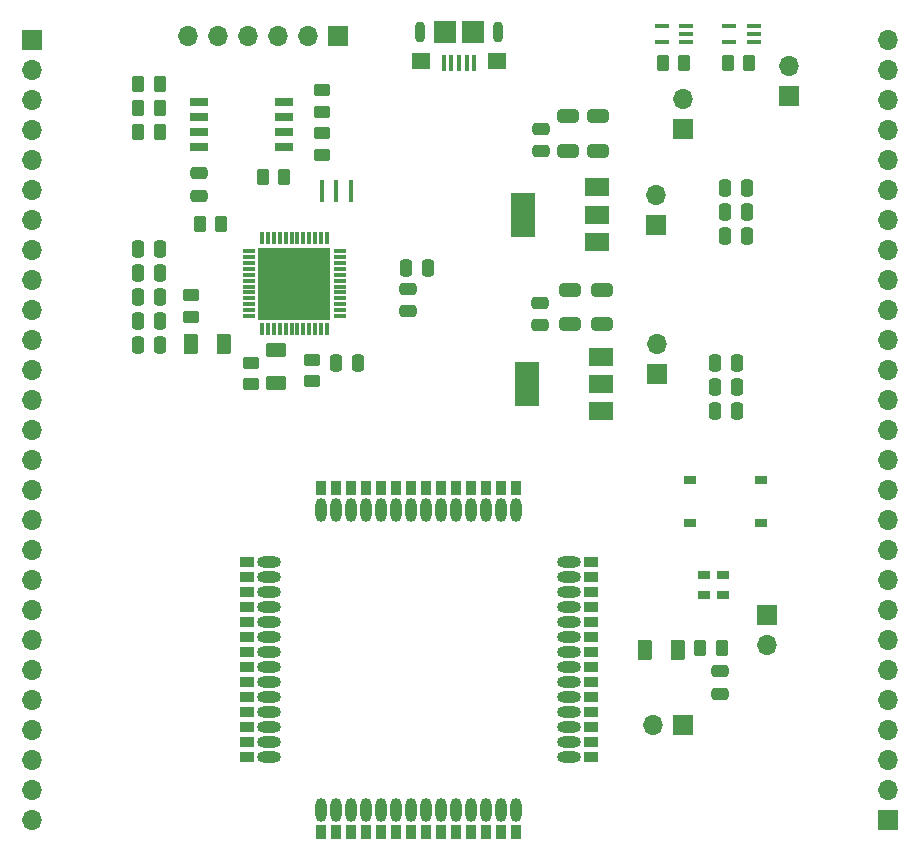
<source format=gbr>
%TF.GenerationSoftware,KiCad,Pcbnew,(6.0.5-0)*%
%TF.CreationDate,2022-06-28T13:32:59-07:00*%
%TF.ProjectId,caravel_pcb_v3_FTDI_flexy,63617261-7665-46c5-9f70-63625f76335f,rev?*%
%TF.SameCoordinates,Original*%
%TF.FileFunction,Soldermask,Top*%
%TF.FilePolarity,Negative*%
%FSLAX46Y46*%
G04 Gerber Fmt 4.6, Leading zero omitted, Abs format (unit mm)*
G04 Created by KiCad (PCBNEW (6.0.5-0)) date 2022-06-28 13:32:59*
%MOMM*%
%LPD*%
G01*
G04 APERTURE LIST*
G04 Aperture macros list*
%AMRoundRect*
0 Rectangle with rounded corners*
0 $1 Rounding radius*
0 $2 $3 $4 $5 $6 $7 $8 $9 X,Y pos of 4 corners*
0 Add a 4 corners polygon primitive as box body*
4,1,4,$2,$3,$4,$5,$6,$7,$8,$9,$2,$3,0*
0 Add four circle primitives for the rounded corners*
1,1,$1+$1,$2,$3*
1,1,$1+$1,$4,$5*
1,1,$1+$1,$6,$7*
1,1,$1+$1,$8,$9*
0 Add four rect primitives between the rounded corners*
20,1,$1+$1,$2,$3,$4,$5,0*
20,1,$1+$1,$4,$5,$6,$7,0*
20,1,$1+$1,$6,$7,$8,$9,0*
20,1,$1+$1,$8,$9,$2,$3,0*%
G04 Aperture macros list end*
%ADD10C,0.500000*%
%ADD11R,0.400000X1.350000*%
%ADD12R,1.600000X1.400000*%
%ADD13R,1.900000X1.900000*%
%ADD14O,0.900000X1.800000*%
%ADD15R,2.000000X1.500000*%
%ADD16R,2.000000X3.800000*%
%ADD17RoundRect,0.250000X-0.375000X-0.625000X0.375000X-0.625000X0.375000X0.625000X-0.375000X0.625000X0*%
%ADD18RoundRect,0.250000X-0.250000X-0.475000X0.250000X-0.475000X0.250000X0.475000X-0.250000X0.475000X0*%
%ADD19R,1.650000X0.650000*%
%ADD20RoundRect,0.250000X-0.650000X0.325000X-0.650000X-0.325000X0.650000X-0.325000X0.650000X0.325000X0*%
%ADD21R,1.168400X0.355600*%
%ADD22R,1.700000X1.700000*%
%ADD23O,1.700000X1.700000*%
%ADD24RoundRect,0.250000X0.375000X0.625000X-0.375000X0.625000X-0.375000X-0.625000X0.375000X-0.625000X0*%
%ADD25RoundRect,0.250000X-0.625000X0.375000X-0.625000X-0.375000X0.625000X-0.375000X0.625000X0.375000X0*%
%ADD26RoundRect,0.250000X0.262500X0.450000X-0.262500X0.450000X-0.262500X-0.450000X0.262500X-0.450000X0*%
%ADD27RoundRect,0.250000X0.475000X-0.250000X0.475000X0.250000X-0.475000X0.250000X-0.475000X-0.250000X0*%
%ADD28RoundRect,0.250000X-0.475000X0.250000X-0.475000X-0.250000X0.475000X-0.250000X0.475000X0.250000X0*%
%ADD29RoundRect,0.250000X-0.262500X-0.450000X0.262500X-0.450000X0.262500X0.450000X-0.262500X0.450000X0*%
%ADD30R,1.000000X0.700000*%
%ADD31RoundRect,0.250000X0.450000X-0.262500X0.450000X0.262500X-0.450000X0.262500X-0.450000X-0.262500X0*%
%ADD32R,1.016000X0.660400*%
%ADD33RoundRect,0.250000X-0.450000X0.262500X-0.450000X-0.262500X0.450000X-0.262500X0.450000X0.262500X0*%
%ADD34RoundRect,0.250000X0.250000X0.475000X-0.250000X0.475000X-0.250000X-0.475000X0.250000X-0.475000X0*%
%ADD35RoundRect,0.008100X-0.126900X0.471900X-0.126900X-0.471900X0.126900X-0.471900X0.126900X0.471900X0*%
%ADD36RoundRect,0.008100X-0.471900X-0.126900X0.471900X-0.126900X0.471900X0.126900X-0.471900X0.126900X0*%
%ADD37R,6.200000X6.200000*%
%ADD38R,0.400000X1.900000*%
%ADD39O,2.000000X0.950000*%
%ADD40R,1.300000X0.900000*%
%ADD41O,0.950000X2.000000*%
%ADD42R,0.900000X1.300000*%
G04 APERTURE END LIST*
D10*
%TO.C,J1*%
X134700000Y-60325000D03*
X141300000Y-60325000D03*
D11*
X139300000Y-63000000D03*
X138650000Y-63000000D03*
X138000000Y-63000000D03*
X137350000Y-63000000D03*
X136700000Y-63000000D03*
D12*
X141200000Y-62775000D03*
X134800000Y-62775000D03*
D13*
X136800000Y-60325000D03*
X139200000Y-60325000D03*
D14*
X141300000Y-60325000D03*
X134700000Y-60325000D03*
%TD*%
D15*
%TO.C,U5*%
X150063600Y-92444600D03*
X150063600Y-90144600D03*
X150063600Y-87844600D03*
D16*
X143763600Y-90144600D03*
%TD*%
D17*
%TO.C,D3*%
X153770500Y-112649000D03*
X156570500Y-112649000D03*
%TD*%
D18*
%TO.C,C4*%
X110810000Y-78740000D03*
X112710000Y-78740000D03*
%TD*%
D19*
%TO.C,U7*%
X123234000Y-70104000D03*
X123234000Y-68834000D03*
X123234000Y-67564000D03*
X123234000Y-66294000D03*
X116034000Y-66294000D03*
X116034000Y-67564000D03*
X116034000Y-68834000D03*
X116034000Y-70104000D03*
%TD*%
D20*
%TO.C,C12*%
X147370800Y-82167200D03*
X147370800Y-85117200D03*
%TD*%
D21*
%TO.C,U2*%
X157251400Y-61199200D03*
X157251400Y-60538800D03*
X157251400Y-59878400D03*
X155168600Y-59878400D03*
X155168600Y-61199200D03*
%TD*%
D18*
%TO.C,C6*%
X110810000Y-82804000D03*
X112710000Y-82804000D03*
%TD*%
%TO.C,C17*%
X159644000Y-92481400D03*
X161544000Y-92481400D03*
%TD*%
D22*
%TO.C,J5*%
X156953500Y-118999000D03*
D23*
X154413500Y-118999000D03*
%TD*%
D24*
%TO.C,D2*%
X118113000Y-86741000D03*
X115313000Y-86741000D03*
%TD*%
D25*
%TO.C,D1*%
X122555000Y-87246000D03*
X122555000Y-90046000D03*
%TD*%
D26*
%TO.C,R10*%
X112672500Y-64770000D03*
X110847500Y-64770000D03*
%TD*%
D27*
%TO.C,C15*%
X160123500Y-116393000D03*
X160123500Y-114493000D03*
%TD*%
D22*
%TO.C,J7*%
X127762000Y-60706000D03*
D23*
X125222000Y-60706000D03*
X122682000Y-60706000D03*
X120142000Y-60706000D03*
X117602000Y-60706000D03*
X115062000Y-60706000D03*
%TD*%
D28*
%TO.C,C14*%
X144881600Y-83301800D03*
X144881600Y-85201800D03*
%TD*%
D29*
%TO.C,R5*%
X160758500Y-62977200D03*
X162583500Y-62977200D03*
%TD*%
D26*
%TO.C,R7*%
X123213500Y-72644000D03*
X121388500Y-72644000D03*
%TD*%
%TO.C,R11*%
X160274000Y-112522000D03*
X158449000Y-112522000D03*
%TD*%
D29*
%TO.C,R6*%
X155246700Y-62977200D03*
X157071700Y-62977200D03*
%TD*%
D18*
%TO.C,C8*%
X110810000Y-86868000D03*
X112710000Y-86868000D03*
%TD*%
%TO.C,C5*%
X110810000Y-80772000D03*
X112710000Y-80772000D03*
%TD*%
D30*
%TO.C,SW1*%
X157580700Y-101951400D03*
X163580700Y-101951400D03*
X157580700Y-98251400D03*
X163580700Y-98251400D03*
%TD*%
D31*
%TO.C,R8*%
X126390400Y-70762500D03*
X126390400Y-68937500D03*
%TD*%
D26*
%TO.C,R13*%
X112672500Y-68834000D03*
X110847500Y-68834000D03*
%TD*%
D32*
%TO.C,X1*%
X160364800Y-107988100D03*
X160364800Y-106337100D03*
X158764600Y-106337100D03*
X158764600Y-107988100D03*
%TD*%
D22*
%TO.C,J10*%
X101854000Y-61061600D03*
D23*
X101854000Y-63601600D03*
X101854000Y-66141600D03*
X101854000Y-68681600D03*
X101854000Y-71221600D03*
X101854000Y-73761600D03*
X101854000Y-76301600D03*
X101854000Y-78841600D03*
X101854000Y-81381600D03*
X101854000Y-83921600D03*
X101854000Y-86461600D03*
X101854000Y-89001600D03*
X101854000Y-91541600D03*
X101854000Y-94081600D03*
X101854000Y-96621600D03*
X101854000Y-99161600D03*
X101854000Y-101701600D03*
X101854000Y-104241600D03*
X101854000Y-106781600D03*
X101854000Y-109321600D03*
X101854000Y-111861600D03*
X101854000Y-114401600D03*
X101854000Y-116941600D03*
X101854000Y-119481600D03*
X101854000Y-122021600D03*
X101854000Y-124561600D03*
X101854000Y-127101600D03*
%TD*%
D33*
%TO.C,R1*%
X125603000Y-88114500D03*
X125603000Y-89939500D03*
%TD*%
D28*
%TO.C,C13*%
X144932400Y-68569800D03*
X144932400Y-70469800D03*
%TD*%
%TO.C,C22*%
X116027200Y-72329000D03*
X116027200Y-74229000D03*
%TD*%
D18*
%TO.C,C19*%
X159644000Y-90449400D03*
X161544000Y-90449400D03*
%TD*%
D15*
%TO.C,U4*%
X149708000Y-78119000D03*
X149708000Y-75819000D03*
X149708000Y-73519000D03*
D16*
X143408000Y-75819000D03*
%TD*%
D34*
%TO.C,C2*%
X135392200Y-80314800D03*
X133492200Y-80314800D03*
%TD*%
%TO.C,C20*%
X162428000Y-77647800D03*
X160528000Y-77647800D03*
%TD*%
D27*
%TO.C,C3*%
X133731000Y-84008000D03*
X133731000Y-82108000D03*
%TD*%
D34*
%TO.C,C16*%
X162428000Y-73533000D03*
X160528000Y-73533000D03*
%TD*%
D31*
%TO.C,R3*%
X120396000Y-90193500D03*
X120396000Y-88368500D03*
%TD*%
%TO.C,R4*%
X115316000Y-84478500D03*
X115316000Y-82653500D03*
%TD*%
D22*
%TO.C,J6*%
X164060500Y-109728000D03*
D23*
X164060500Y-112268000D03*
%TD*%
D22*
%TO.C,J3*%
X156972000Y-68585000D03*
D23*
X156972000Y-66045000D03*
%TD*%
D20*
%TO.C,C9*%
X147269200Y-67486000D03*
X147269200Y-70436000D03*
%TD*%
D35*
%TO.C,U1*%
X126829000Y-77786000D03*
X126329000Y-77786000D03*
X125829000Y-77786000D03*
X125329000Y-77786000D03*
X124829000Y-77786000D03*
X124329000Y-77786000D03*
X123829000Y-77786000D03*
X123329000Y-77786000D03*
X122829000Y-77786000D03*
X122329000Y-77786000D03*
X121829000Y-77786000D03*
X121329000Y-77786000D03*
D36*
X120204000Y-78911000D03*
X120204000Y-79411000D03*
X120204000Y-79911000D03*
X120204000Y-80411000D03*
X120204000Y-80911000D03*
X120204000Y-81411000D03*
X120204000Y-81911000D03*
X120204000Y-82411000D03*
X120204000Y-82911000D03*
X120204000Y-83411000D03*
X120204000Y-83911000D03*
X120204000Y-84411000D03*
D35*
X121329000Y-85536000D03*
X121829000Y-85536000D03*
X122329000Y-85536000D03*
X122829000Y-85536000D03*
X123329000Y-85536000D03*
X123829000Y-85536000D03*
X124329000Y-85536000D03*
X124829000Y-85536000D03*
X125329000Y-85536000D03*
X125829000Y-85536000D03*
X126329000Y-85536000D03*
X126829000Y-85536000D03*
D36*
X127954000Y-84411000D03*
X127954000Y-83911000D03*
X127954000Y-83411000D03*
X127954000Y-82911000D03*
X127954000Y-82411000D03*
X127954000Y-81911000D03*
X127954000Y-81411000D03*
X127954000Y-80911000D03*
X127954000Y-80411000D03*
X127954000Y-79911000D03*
X127954000Y-79411000D03*
X127954000Y-78911000D03*
D37*
X124079000Y-81661000D03*
%TD*%
D20*
%TO.C,C10*%
X150114000Y-82167200D03*
X150114000Y-85117200D03*
%TD*%
D22*
%TO.C,J11*%
X174345600Y-127101600D03*
D23*
X174345600Y-124561600D03*
X174345600Y-122021600D03*
X174345600Y-119481600D03*
X174345600Y-116941600D03*
X174345600Y-114401600D03*
X174345600Y-111861600D03*
X174345600Y-109321600D03*
X174345600Y-106781600D03*
X174345600Y-104241600D03*
X174345600Y-101701600D03*
X174345600Y-99161600D03*
X174345600Y-96621600D03*
X174345600Y-94081600D03*
X174345600Y-91541600D03*
X174345600Y-89001600D03*
X174345600Y-86461600D03*
X174345600Y-83921600D03*
X174345600Y-81381600D03*
X174345600Y-78841600D03*
X174345600Y-76301600D03*
X174345600Y-73761600D03*
X174345600Y-71221600D03*
X174345600Y-68681600D03*
X174345600Y-66141600D03*
X174345600Y-63601600D03*
X174345600Y-61061600D03*
%TD*%
D21*
%TO.C,U3*%
X162966400Y-61199200D03*
X162966400Y-60538800D03*
X162966400Y-59878400D03*
X160883600Y-59878400D03*
X160883600Y-61199200D03*
%TD*%
D34*
%TO.C,C1*%
X129474000Y-88392000D03*
X127574000Y-88392000D03*
%TD*%
D22*
%TO.C,J2*%
X165989000Y-65791000D03*
D23*
X165989000Y-63251000D03*
%TD*%
D20*
%TO.C,C11*%
X149809200Y-67486000D03*
X149809200Y-70436000D03*
%TD*%
D34*
%TO.C,C18*%
X162428000Y-75565000D03*
X160528000Y-75565000D03*
%TD*%
D22*
%TO.C,J8*%
X154686000Y-76713000D03*
D23*
X154686000Y-74173000D03*
%TD*%
D38*
%TO.C,Y1*%
X128835000Y-73787000D03*
X127635000Y-73787000D03*
X126435000Y-73787000D03*
%TD*%
D33*
%TO.C,R9*%
X126390400Y-65279900D03*
X126390400Y-67104900D03*
%TD*%
D22*
%TO.C,J9*%
X154736800Y-89286000D03*
D23*
X154736800Y-86746000D03*
%TD*%
D18*
%TO.C,C7*%
X110810000Y-84836000D03*
X112710000Y-84836000D03*
%TD*%
D26*
%TO.C,R12*%
X112672500Y-66802000D03*
X110847500Y-66802000D03*
%TD*%
D39*
%TO.C,U6*%
X147320000Y-121786000D03*
D40*
X149170000Y-121786000D03*
X149170000Y-120516000D03*
D39*
X147320000Y-120516000D03*
X147320000Y-119246000D03*
D40*
X149170000Y-119246000D03*
D39*
X147320000Y-117976000D03*
D40*
X149170000Y-117976000D03*
X149170000Y-116706000D03*
D39*
X147320000Y-116706000D03*
D40*
X149170000Y-115436000D03*
D39*
X147320000Y-115436000D03*
D40*
X149170000Y-114166000D03*
D39*
X147320000Y-114166000D03*
X147320000Y-112896000D03*
D40*
X149170000Y-112896000D03*
X149170000Y-111626000D03*
D39*
X147320000Y-111626000D03*
D40*
X149170000Y-110356000D03*
D39*
X147320000Y-110356000D03*
X147320000Y-109086000D03*
D40*
X149170000Y-109086000D03*
X149170000Y-107816000D03*
D39*
X147320000Y-107816000D03*
X147320000Y-106546000D03*
D40*
X149170000Y-106546000D03*
D39*
X147320000Y-105276000D03*
D40*
X149170000Y-105276000D03*
D41*
X142875000Y-100831000D03*
D42*
X142875000Y-98981000D03*
X141605000Y-98981000D03*
D41*
X141605000Y-100831000D03*
X140335000Y-100831000D03*
D42*
X140335000Y-98981000D03*
D41*
X139065000Y-100831000D03*
D42*
X139065000Y-98981000D03*
D41*
X137795000Y-100831000D03*
D42*
X137795000Y-98981000D03*
X136525000Y-98981000D03*
D41*
X136525000Y-100831000D03*
X135255000Y-100831000D03*
D42*
X135255000Y-98981000D03*
X133985000Y-98981000D03*
D41*
X133985000Y-100831000D03*
X132715000Y-100831000D03*
D42*
X132715000Y-98981000D03*
X131445000Y-98981000D03*
D41*
X131445000Y-100831000D03*
X130175000Y-100831000D03*
D42*
X130175000Y-98981000D03*
D41*
X128905000Y-100831000D03*
D42*
X128905000Y-98981000D03*
D41*
X127635000Y-100831000D03*
D42*
X127635000Y-98981000D03*
X126365000Y-98981000D03*
D41*
X126365000Y-100831000D03*
D39*
X121946000Y-105276000D03*
D40*
X120096000Y-105276000D03*
X120096000Y-106546000D03*
D39*
X121946000Y-106546000D03*
D40*
X120096000Y-107816000D03*
D39*
X121946000Y-107816000D03*
X121946000Y-109086000D03*
D40*
X120096000Y-109086000D03*
D39*
X121946000Y-110356000D03*
D40*
X120096000Y-110356000D03*
D39*
X121946000Y-111626000D03*
D40*
X120096000Y-111626000D03*
X120096000Y-112896000D03*
D39*
X121946000Y-112896000D03*
D40*
X120096000Y-114166000D03*
D39*
X121946000Y-114166000D03*
X121946000Y-115436000D03*
D40*
X120096000Y-115436000D03*
D39*
X121946000Y-116706000D03*
D40*
X120096000Y-116706000D03*
D39*
X121946000Y-117976000D03*
D40*
X120096000Y-117976000D03*
X120096000Y-119246000D03*
D39*
X121946000Y-119246000D03*
D40*
X120096000Y-120516000D03*
D39*
X121946000Y-120516000D03*
D40*
X120096000Y-121786000D03*
D39*
X121946000Y-121786000D03*
D41*
X126365000Y-126231000D03*
D42*
X126365000Y-128081000D03*
D41*
X127635000Y-126231000D03*
D42*
X127635000Y-128081000D03*
D41*
X128905000Y-126231000D03*
D42*
X128905000Y-128081000D03*
D41*
X130175000Y-126231000D03*
D42*
X130175000Y-128081000D03*
X131445000Y-128081000D03*
D41*
X131445000Y-126231000D03*
X132715000Y-126231000D03*
D42*
X132715000Y-128081000D03*
X133985000Y-128081000D03*
D41*
X133985000Y-126231000D03*
D42*
X135255000Y-128081000D03*
D41*
X135255000Y-126231000D03*
D42*
X136525000Y-128081000D03*
D41*
X136525000Y-126231000D03*
D42*
X137795000Y-128081000D03*
D41*
X137795000Y-126231000D03*
D42*
X139065000Y-128081000D03*
D41*
X139065000Y-126231000D03*
D42*
X140335000Y-128081000D03*
D41*
X140335000Y-126231000D03*
X141605000Y-126231000D03*
D42*
X141605000Y-128081000D03*
X142875000Y-128081000D03*
D41*
X142875000Y-126231000D03*
%TD*%
D29*
%TO.C,R2*%
X116054500Y-76581000D03*
X117879500Y-76581000D03*
%TD*%
D18*
%TO.C,C21*%
X159644000Y-88417400D03*
X161544000Y-88417400D03*
%TD*%
M02*

</source>
